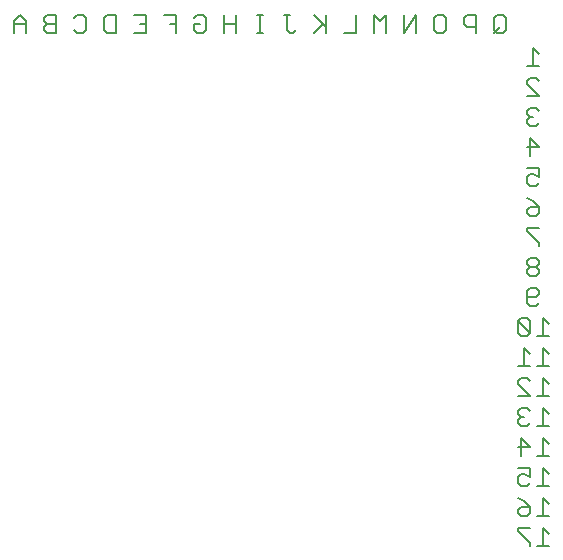
<source format=gbo>
G75*
%MOIN*%
%OFA0B0*%
%FSLAX25Y25*%
%IPPOS*%
%LPD*%
%AMOC8*
5,1,8,0,0,1.08239X$1,22.5*
%
%ADD10C,0.00700*%
D10*
X0187882Y0024426D02*
X0191881Y0020427D01*
X0191881Y0019427D01*
X0194045Y0019427D02*
X0198044Y0019427D01*
X0196044Y0019427D02*
X0196044Y0025425D01*
X0198044Y0023426D01*
X0198044Y0029427D02*
X0194045Y0029427D01*
X0196044Y0029427D02*
X0196044Y0035425D01*
X0198044Y0033426D01*
X0198044Y0039427D02*
X0194045Y0039427D01*
X0196044Y0039427D02*
X0196044Y0045425D01*
X0198044Y0043426D01*
X0198044Y0049427D02*
X0194045Y0049427D01*
X0196044Y0049427D02*
X0196044Y0055425D01*
X0198044Y0053426D01*
X0198044Y0059427D02*
X0194045Y0059427D01*
X0196044Y0059427D02*
X0196044Y0065425D01*
X0198044Y0063426D01*
X0198044Y0069427D02*
X0194045Y0069427D01*
X0196044Y0069427D02*
X0196044Y0075425D01*
X0198044Y0073426D01*
X0198044Y0079427D02*
X0194045Y0079427D01*
X0196044Y0079427D02*
X0196044Y0085425D01*
X0198044Y0083426D01*
X0198044Y0089427D02*
X0194045Y0089427D01*
X0196044Y0089427D02*
X0196044Y0095425D01*
X0198044Y0093426D01*
X0191881Y0094426D02*
X0191881Y0090427D01*
X0187882Y0094426D01*
X0187882Y0090427D01*
X0188882Y0089427D01*
X0190881Y0089427D01*
X0191881Y0090427D01*
X0191881Y0094426D02*
X0190881Y0095425D01*
X0188882Y0095425D01*
X0187882Y0094426D01*
X0191963Y0099427D02*
X0190964Y0100427D01*
X0190964Y0104426D01*
X0191963Y0105425D01*
X0193963Y0105425D01*
X0194962Y0104426D01*
X0194962Y0103426D01*
X0193963Y0102426D01*
X0190964Y0102426D01*
X0191963Y0099427D02*
X0193963Y0099427D01*
X0194962Y0100427D01*
X0193963Y0109427D02*
X0191963Y0109427D01*
X0190964Y0110427D01*
X0190964Y0111427D01*
X0191963Y0112426D01*
X0193963Y0112426D01*
X0194962Y0113426D01*
X0194962Y0114426D01*
X0193963Y0115425D01*
X0191963Y0115425D01*
X0190964Y0114426D01*
X0190964Y0113426D01*
X0191963Y0112426D01*
X0193963Y0112426D02*
X0194962Y0111427D01*
X0194962Y0110427D01*
X0193963Y0109427D01*
X0194962Y0119427D02*
X0194962Y0120427D01*
X0190964Y0124426D01*
X0190964Y0125425D01*
X0194962Y0125425D01*
X0193963Y0129427D02*
X0191963Y0129427D01*
X0190964Y0130427D01*
X0190964Y0131427D01*
X0191963Y0132426D01*
X0194962Y0132426D01*
X0194962Y0130427D01*
X0193963Y0129427D01*
X0194962Y0132426D02*
X0192963Y0134426D01*
X0190964Y0135425D01*
X0191963Y0139427D02*
X0193963Y0139427D01*
X0194962Y0140427D01*
X0194962Y0142426D02*
X0192963Y0143426D01*
X0191963Y0143426D01*
X0190964Y0142426D01*
X0190964Y0140427D01*
X0191963Y0139427D01*
X0194962Y0142426D02*
X0194962Y0145425D01*
X0190964Y0145425D01*
X0191963Y0149427D02*
X0191963Y0155425D01*
X0194962Y0152426D01*
X0190964Y0152426D01*
X0191963Y0159427D02*
X0193963Y0159427D01*
X0194962Y0160427D01*
X0192963Y0162426D02*
X0191963Y0162426D01*
X0190964Y0161427D01*
X0190964Y0160427D01*
X0191963Y0159427D01*
X0191963Y0162426D02*
X0190964Y0163426D01*
X0190964Y0164426D01*
X0191963Y0165425D01*
X0193963Y0165425D01*
X0194962Y0164426D01*
X0194962Y0169427D02*
X0190964Y0169427D01*
X0194962Y0169427D02*
X0190964Y0173426D01*
X0190964Y0174426D01*
X0191963Y0175425D01*
X0193963Y0175425D01*
X0194962Y0174426D01*
X0194962Y0179427D02*
X0190964Y0179427D01*
X0192963Y0179427D02*
X0192963Y0185425D01*
X0194962Y0183426D01*
X0183962Y0191427D02*
X0182963Y0190427D01*
X0180963Y0190427D01*
X0179964Y0191427D01*
X0179964Y0195426D01*
X0180963Y0196425D01*
X0182963Y0196425D01*
X0183962Y0195426D01*
X0183962Y0191427D01*
X0181963Y0192427D02*
X0179964Y0190427D01*
X0173962Y0190427D02*
X0173962Y0196425D01*
X0170963Y0196425D01*
X0169964Y0195426D01*
X0169964Y0193426D01*
X0170963Y0192427D01*
X0173962Y0192427D01*
X0163962Y0191427D02*
X0162963Y0190427D01*
X0160963Y0190427D01*
X0159964Y0191427D01*
X0159964Y0195426D01*
X0160963Y0196425D01*
X0162963Y0196425D01*
X0163962Y0195426D01*
X0163962Y0191427D01*
X0153962Y0190427D02*
X0153962Y0196425D01*
X0149964Y0190427D01*
X0149964Y0196425D01*
X0143962Y0196425D02*
X0143962Y0190427D01*
X0139964Y0190427D02*
X0139964Y0196425D01*
X0141963Y0194426D01*
X0143962Y0196425D01*
X0133962Y0196425D02*
X0133962Y0190427D01*
X0129964Y0190427D01*
X0123962Y0190427D02*
X0123962Y0196425D01*
X0122963Y0193426D02*
X0119964Y0190427D01*
X0123962Y0192427D02*
X0119964Y0196425D01*
X0113962Y0191427D02*
X0112963Y0190427D01*
X0111963Y0190427D01*
X0110963Y0191427D01*
X0110963Y0196425D01*
X0109964Y0196425D02*
X0111963Y0196425D01*
X0102935Y0196425D02*
X0100936Y0196425D01*
X0101936Y0196425D02*
X0101936Y0190427D01*
X0102935Y0190427D02*
X0100936Y0190427D01*
X0093962Y0190427D02*
X0093962Y0196425D01*
X0093962Y0193426D02*
X0089964Y0193426D01*
X0089964Y0196425D02*
X0089964Y0190427D01*
X0083962Y0191427D02*
X0082963Y0190427D01*
X0080963Y0190427D01*
X0079964Y0191427D01*
X0079964Y0193426D01*
X0081963Y0193426D01*
X0083962Y0195426D02*
X0083962Y0191427D01*
X0083962Y0195426D02*
X0082963Y0196425D01*
X0080963Y0196425D01*
X0079964Y0195426D01*
X0073962Y0196425D02*
X0073962Y0190427D01*
X0073962Y0193426D02*
X0071963Y0193426D01*
X0073962Y0196425D02*
X0069964Y0196425D01*
X0063962Y0196425D02*
X0063962Y0190427D01*
X0059964Y0190427D01*
X0061963Y0193426D02*
X0063962Y0193426D01*
X0063962Y0196425D02*
X0059964Y0196425D01*
X0053962Y0196425D02*
X0053962Y0190427D01*
X0050963Y0190427D01*
X0049964Y0191427D01*
X0049964Y0195426D01*
X0050963Y0196425D01*
X0053962Y0196425D01*
X0043962Y0195426D02*
X0043962Y0191427D01*
X0042963Y0190427D01*
X0040963Y0190427D01*
X0039964Y0191427D01*
X0039964Y0195426D02*
X0040963Y0196425D01*
X0042963Y0196425D01*
X0043962Y0195426D01*
X0033962Y0196425D02*
X0033962Y0190427D01*
X0030963Y0190427D01*
X0029964Y0191427D01*
X0029964Y0192427D01*
X0030963Y0193426D01*
X0033962Y0193426D01*
X0030963Y0193426D02*
X0029964Y0194426D01*
X0029964Y0195426D01*
X0030963Y0196425D01*
X0033962Y0196425D01*
X0023962Y0194426D02*
X0023962Y0190427D01*
X0023962Y0193426D02*
X0019964Y0193426D01*
X0019964Y0194426D02*
X0019964Y0190427D01*
X0019964Y0194426D02*
X0021963Y0196425D01*
X0023962Y0194426D01*
X0187882Y0079427D02*
X0191881Y0079427D01*
X0189882Y0079427D02*
X0189882Y0085425D01*
X0191881Y0083426D01*
X0190881Y0075425D02*
X0188882Y0075425D01*
X0187882Y0074426D01*
X0187882Y0073426D01*
X0191881Y0069427D01*
X0187882Y0069427D01*
X0188882Y0065425D02*
X0187882Y0064426D01*
X0187882Y0063426D01*
X0188882Y0062426D01*
X0187882Y0061427D01*
X0187882Y0060427D01*
X0188882Y0059427D01*
X0190881Y0059427D01*
X0191881Y0060427D01*
X0189882Y0062426D02*
X0188882Y0062426D01*
X0188882Y0065425D02*
X0190881Y0065425D01*
X0191881Y0064426D01*
X0188882Y0055425D02*
X0191881Y0052426D01*
X0187882Y0052426D01*
X0188882Y0049427D02*
X0188882Y0055425D01*
X0187882Y0045425D02*
X0191881Y0045425D01*
X0191881Y0042426D01*
X0189882Y0043426D01*
X0188882Y0043426D01*
X0187882Y0042426D01*
X0187882Y0040427D01*
X0188882Y0039427D01*
X0190881Y0039427D01*
X0191881Y0040427D01*
X0189882Y0034426D02*
X0187882Y0035425D01*
X0189882Y0034426D02*
X0191881Y0032426D01*
X0188882Y0032426D01*
X0187882Y0031427D01*
X0187882Y0030427D01*
X0188882Y0029427D01*
X0190881Y0029427D01*
X0191881Y0030427D01*
X0191881Y0032426D01*
X0191881Y0025425D02*
X0187882Y0025425D01*
X0187882Y0024426D01*
X0191881Y0074426D02*
X0190881Y0075425D01*
M02*

</source>
